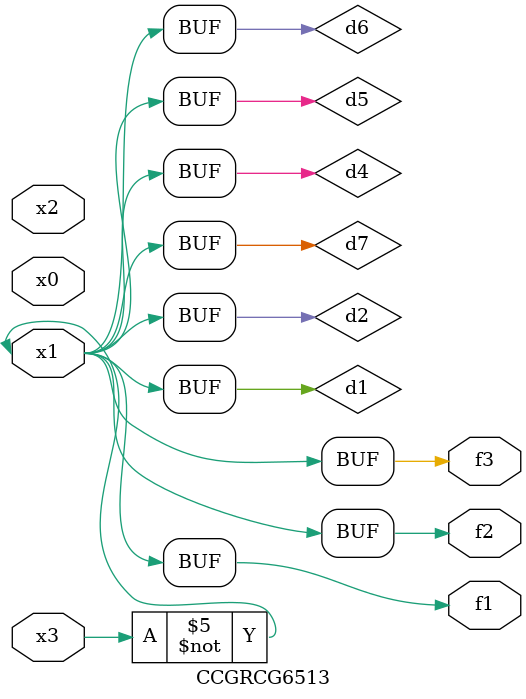
<source format=v>
module CCGRCG6513(
	input x0, x1, x2, x3,
	output f1, f2, f3
);

	wire d1, d2, d3, d4, d5, d6, d7;

	not (d1, x3);
	buf (d2, x1);
	xnor (d3, d1, d2);
	nor (d4, d1);
	buf (d5, d1, d2);
	buf (d6, d4, d5);
	nand (d7, d4);
	assign f1 = d6;
	assign f2 = d7;
	assign f3 = d6;
endmodule

</source>
